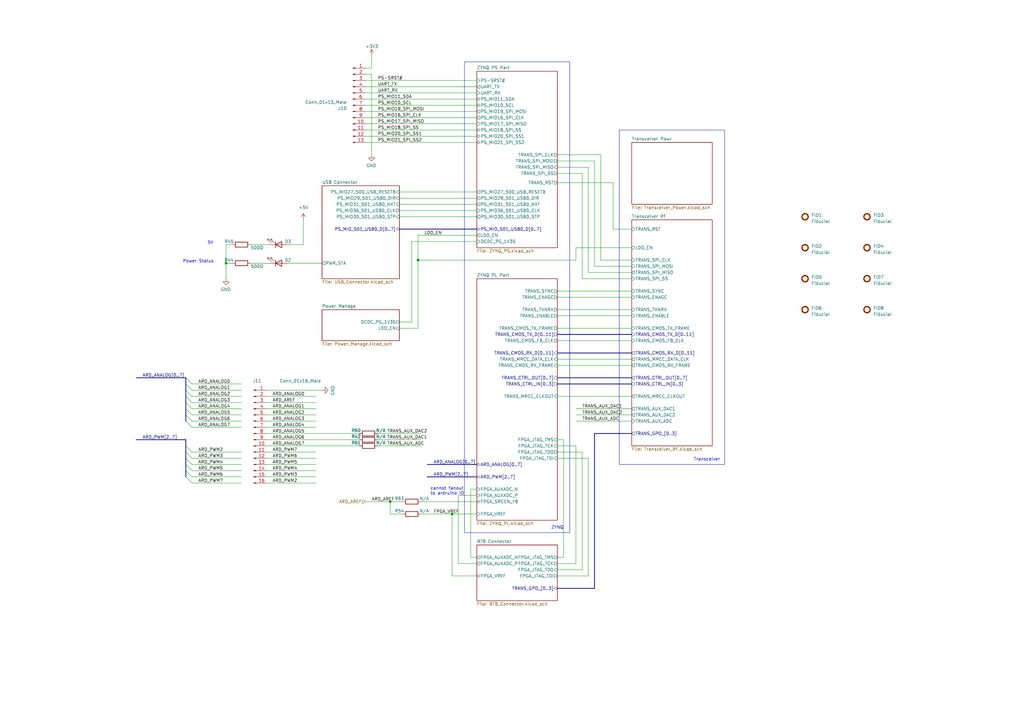
<source format=kicad_sch>
(kicad_sch (version 20220126) (generator eeschema)
  (paper "A3")
  (lib_symbols
    (symbol "Connector:Conn_01x13_Male" (pin_names (offset 1.016) hide)
      (property "Reference" "J" (at 0 17.78 0))
      (property "Value" "Conn_01x13_Male" (at 0 -17.78 0))
      (symbol "Conn_01x13_Male_1_1"
        (polyline (pts (xy 1.27 -15.24) (xy 0.8636 -15.24)) (stroke (width 0.1524)))
        (polyline (pts (xy 1.27 -12.7) (xy 0.8636 -12.7)) (stroke (width 0.1524)))
        (polyline (pts (xy 1.27 -10.16) (xy 0.8636 -10.16)) (stroke (width 0.1524)))
        (polyline (pts (xy 1.27 -7.62) (xy 0.8636 -7.62)) (stroke (width 0.1524)))
        (polyline (pts (xy 1.27 -5.08) (xy 0.8636 -5.08)) (stroke (width 0.1524)))
        (polyline (pts (xy 1.27 -2.54) (xy 0.8636 -2.54)) (stroke (width 0.1524)))
        (polyline (pts (xy 1.27 0) (xy 0.8636 0)) (stroke (width 0.1524)))
        (polyline (pts (xy 1.27 2.54) (xy 0.8636 2.54)) (stroke (width 0.1524)))
        (polyline (pts (xy 1.27 5.08) (xy 0.8636 5.08)) (stroke (width 0.1524)))
        (polyline (pts (xy 1.27 7.62) (xy 0.8636 7.62)) (stroke (width 0.1524)))
        (polyline (pts (xy 1.27 10.16) (xy 0.8636 10.16)) (stroke (width 0.1524)))
        (polyline (pts (xy 1.27 12.7) (xy 0.8636 12.7)) (stroke (width 0.1524)))
        (polyline (pts (xy 1.27 15.24) (xy 0.8636 15.24)) (stroke (width 0.1524)))
        (rectangle (start 0.8636 -15.113) (end 0 -15.367) (stroke (width 0.1524)) (fill (type outline)))
        (rectangle (start 0.8636 -12.573) (end 0 -12.827) (stroke (width 0.1524)) (fill (type outline)))
        (rectangle (start 0.8636 -10.033) (end 0 -10.287) (stroke (width 0.1524)) (fill (type outline)))
        (rectangle (start 0.8636 -7.493) (end 0 -7.747) (stroke (width 0.1524)) (fill (type outline)))
        (rectangle (start 0.8636 -4.953) (end 0 -5.207) (stroke (width 0.1524)) (fill (type outline)))
        (rectangle (start 0.8636 -2.413) (end 0 -2.667) (stroke (width 0.1524)) (fill (type outline)))
        (rectangle (start 0.8636 0.127) (end 0 -0.127) (stroke (width 0.1524)) (fill (type outline)))
        (rectangle (start 0.8636 2.667) (end 0 2.413) (stroke (width 0.1524)) (fill (type outline)))
        (rectangle (start 0.8636 5.207) (end 0 4.953) (stroke (width 0.1524)) (fill (type outline)))
        (rectangle (start 0.8636 7.747) (end 0 7.493) (stroke (width 0.1524)) (fill (type outline)))
        (rectangle (start 0.8636 10.287) (end 0 10.033) (stroke (width 0.1524)) (fill (type outline)))
        (rectangle (start 0.8636 12.827) (end 0 12.573) (stroke (width 0.1524)) (fill (type outline)))
        (rectangle (start 0.8636 15.367) (end 0 15.113) (stroke (width 0.1524)) (fill (type outline)))
        (pin passive line (at 5.08 15.24 180) (length 3.81) (name "Pin_1") (number "1"))
        (pin passive line (at 5.08 -7.62 180) (length 3.81) (name "Pin_10") (number "10"))
        (pin passive line (at 5.08 -10.16 180) (length 3.81) (name "Pin_11") (number "11"))
        (pin passive line (at 5.08 -12.7 180) (length 3.81) (name "Pin_12") (number "12"))
        (pin passive line (at 5.08 -15.24 180) (length 3.81) (name "Pin_13") (number "13"))
        (pin passive line (at 5.08 12.7 180) (length 3.81) (name "Pin_2") (number "2"))
        (pin passive line (at 5.08 10.16 180) (length 3.81) (name "Pin_3") (number "3"))
        (pin passive line (at 5.08 7.62 180) (length 3.81) (name "Pin_4") (number "4"))
        (pin passive line (at 5.08 5.08 180) (length 3.81) (name "Pin_5") (number "5"))
        (pin passive line (at 5.08 2.54 180) (length 3.81) (name "Pin_6") (number "6"))
        (pin passive line (at 5.08 0 180) (length 3.81) (name "Pin_7") (number "7"))
        (pin passive line (at 5.08 -2.54 180) (length 3.81) (name "Pin_8") (number "8"))
        (pin passive line (at 5.08 -5.08 180) (length 3.81) (name "Pin_9") (number "9"))
      )
    )
    (symbol "Connector:Conn_01x16_Male" (pin_names (offset 1.016) hide)
      (property "Reference" "J" (at 0 20.32 0))
      (property "Value" "Conn_01x16_Male" (at 0 -22.86 0))
      (symbol "Conn_01x16_Male_1_1"
        (polyline (pts (xy 1.27 -20.32) (xy 0.8636 -20.32)) (stroke (width 0.1524)))
        (polyline (pts (xy 1.27 -17.78) (xy 0.8636 -17.78)) (stroke (width 0.1524)))
        (polyline (pts (xy 1.27 -15.24) (xy 0.8636 -15.24)) (stroke (width 0.1524)))
        (polyline (pts (xy 1.27 -12.7) (xy 0.8636 -12.7)) (stroke (width 0.1524)))
        (polyline (pts (xy 1.27 -10.16) (xy 0.8636 -10.16)) (stroke (width 0.1524)))
        (polyline (pts (xy 1.27 -7.62) (xy 0.8636 -7.62)) (stroke (width 0.1524)))
        (polyline (pts (xy 1.27 -5.08) (xy 0.8636 -5.08)) (stroke (width 0.1524)))
        (polyline (pts (xy 1.27 -2.54) (xy 0.8636 -2.54)) (stroke (width 0.1524)))
        (polyline (pts (xy 1.27 0) (xy 0.8636 0)) (stroke (width 0.1524)))
        (polyline (pts (xy 1.27 2.54) (xy 0.8636 2.54)) (stroke (width 0.1524)))
        (polyline (pts (xy 1.27 5.08) (xy 0.8636 5.08)) (stroke (width 0.1524)))
        (polyline (pts (xy 1.27 7.62) (xy 0.8636 7.62)) (stroke (width 0.1524)))
        (polyline (pts (xy 1.27 10.16) (xy 0.8636 10.16)) (stroke (width 0.1524)))
        (polyline (pts (xy 1.27 12.7) (xy 0.8636 12.7)) (stroke (width 0.1524)))
        (polyline (pts (xy 1.27 15.24) (xy 0.8636 15.24)) (stroke (width 0.1524)))
        (polyline (pts (xy 1.27 17.78) (xy 0.8636 17.78)) (stroke (width 0.1524)))
        (rectangle (start 0.8636 -20.193) (end 0 -20.447) (stroke (width 0.1524)) (fill (type outline)))
        (rectangle (start 0.8636 -17.653) (end 0 -17.907) (stroke (width 0.1524)) (fill (type outline)))
        (rectangle (start 0.8636 -15.113) (end 0 -15.367) (stroke (width 0.1524)) (fill (type outline)))
        (rectangle (start 0.8636 -12.573) (end 0 -12.827) (stroke (width 0.1524)) (fill (type outline)))
        (rectangle (start 0.8636 -10.033) (end 0 -10.287) (stroke (width 0.1524)) (fill (type outline)))
        (rectangle (start 0.8636 -7.493) (end 0 -7.747) (stroke (width 0.1524)) (fill (type outline)))
        (rectangle (start 0.8636 -4.953) (end 0 -5.207) (stroke (width 0.1524)) (fill (type outline)))
        (rectangle (start 0.8636 -2.413) (end 0 -2.667) (stroke (width 0.1524)) (fill (type outline)))
        (rectangle (start 0.8636 0.127) (end 0 -0.127) (stroke (width 0.1524)) (fill (type outline)))
        (rectangle (start 0.8636 2.667) (end 0 2.413) (stroke (width 0.1524)) (fill (type outline)))
        (rectangle (start 0.8636 5.207) (end 0 4.953) (stroke (width 0.1524)) (fill (type outline)))
        (rectangle (start 0.8636 7.747) (end 0 7.493) (stroke (width 0.1524)) (fill (type outline)))
        (rectangle (start 0.8636 10.287) (end 0 10.033) (stroke (width 0.1524)) (fill (type outline)))
        (rectangle (start 0.8636 12.827) (end 0 12.573) (stroke (width 0.1524)) (fill (type outline)))
        (rectangle (start 0.8636 15.367) (end 0 15.113) (stroke (width 0.1524)) (fill (type outline)))
        (rectangle (start 0.8636 17.907) (end 0 17.653) (stroke (width 0.1524)) (fill (type outline)))
        (pin passive line (at 5.08 17.78 180) (length 3.81) (name "Pin_1") (number "1"))
        (pin passive line (at 5.08 -5.08 180) (length 3.81) (name "Pin_10") (number "10"))
        (pin passive line (at 5.08 -7.62 180) (length 3.81) (name "Pin_11") (number "11"))
        (pin passive line (at 5.08 -10.16 180) (length 3.81) (name "Pin_12") (number "12"))
        (pin passive line (at 5.08 -12.7 180) (length 3.81) (name "Pin_13") (number "13"))
        (pin passive line (at 5.08 -15.24 180) (length 3.81) (name "Pin_14") (number "14"))
        (pin passive line (at 5.08 -17.78 180) (length 3.81) (name "Pin_15") (number "15"))
        (pin passive line (at 5.08 -20.32 180) (length 3.81) (name "Pin_16") (number "16"))
        (pin passive line (at 5.08 15.24 180) (length 3.81) (name "Pin_2") (number "2"))
        (pin passive line (at 5.08 12.7 180) (length 3.81) (name "Pin_3") (number "3"))
        (pin passive line (at 5.08 10.16 180) (length 3.81) (name "Pin_4") (number "4"))
        (pin passive line (at 5.08 7.62 180) (length 3.81) (name "Pin_5") (number "5"))
        (pin passive line (at 5.08 5.08 180) (length 3.81) (name "Pin_6") (number "6"))
        (pin passive line (at 5.08 2.54 180) (length 3.81) (name "Pin_7") (number "7"))
        (pin passive line (at 5.08 0 180) (length 3.81) (name "Pin_8") (number "8"))
        (pin passive line (at 5.08 -2.54 180) (length 3.81) (name "Pin_9") (number "9"))
      )
    )
    (symbol "Device:LED" (pin_numbers hide) (pin_names (offset 1.016) hide)
      (property "Reference" "D" (at 0 2.54 0))
      (property "Value" "LED" (at 0 -2.54 0))
      (symbol "LED_0_1"
        (polyline (pts (xy -1.27 -1.27) (xy -1.27 1.27)) (stroke (width 0.254)))
        (polyline (pts (xy -1.27 0) (xy 1.27 0)))
        (polyline (pts (xy 1.27 -1.27) (xy 1.27 1.27) (xy -1.27 0) (xy 1.27 -1.27)) (stroke (width 0.254)))
        (polyline (pts (xy -3.048 -0.762) (xy -4.572 -2.286) (xy -3.81 -2.286) (xy -4.572 -2.286) (xy -4.572 -1.524)))
        (polyline (pts (xy -1.778 -0.762) (xy -3.302 -2.286) (xy -2.54 -2.286) (xy -3.302 -2.286) (xy -3.302 -1.524)))
      )
      (symbol "LED_1_1"
        (pin passive line (at -3.81 0 0) (length 2.54) (name "K") (number "1"))
        (pin passive line (at 3.81 0 180) (length 2.54) (name "A") (number "2"))
      )
    )
    (symbol "Device:R" (pin_numbers hide) (pin_names (offset 0))
      (property "Reference" "R" (at 2.032 0 90))
      (property "Value" "R" (at 0 0 90))
      (symbol "R_0_1"
        (rectangle (start -1.016 -2.54) (end 1.016 2.54) (stroke (width 0.254)))
      )
      (symbol "R_1_1"
        (pin passive line (at 0 3.81 270) (length 1.27) (name "~") (number "1"))
        (pin passive line (at 0 -3.81 90) (length 1.27) (name "~") (number "2"))
      )
    )
    (symbol "Mechanical:Fiducial"
      (property "Reference" "FID" (at 0 5.08 0))
      (property "Value" "Fiducial" (at 0 3.175 0))
      (symbol "Fiducial_0_1"
        (circle (center 0 0) (radius 1.27) (stroke (width 0.508)) (fill (type background)))
      )
    )
    (symbol "power:+3.3V" (power) (pin_names (offset 0))
      (property "Value" "+3.3V" (at 0 3.556 0))
      (symbol "+3.3V_0_1"
        (polyline (pts (xy -0.762 1.27) (xy 0 2.54)))
        (polyline (pts (xy 0 0) (xy 0 2.54)))
        (polyline (pts (xy 0 2.54) (xy 0.762 1.27)))
      )
      (symbol "+3.3V_1_1"
        (pin power_in line (at 0 0 90) (length 0) hide (name "+3V3") (number "1"))
      )
    )
    (symbol "power:+5V" (power) (pin_names (offset 0))
      (property "Value" "+5V" (at 0 3.556 0))
      (symbol "+5V_0_1"
        (polyline (pts (xy -0.762 1.27) (xy 0 2.54)))
        (polyline (pts (xy 0 0) (xy 0 2.54)))
        (polyline (pts (xy 0 2.54) (xy 0.762 1.27)))
      )
      (symbol "+5V_1_1"
        (pin power_in line (at 0 0 90) (length 0) hide (name "+5V") (number "1"))
      )
    )
    (symbol "power:GND" (power) (pin_names (offset 0))
      (property "Value" "GND" (at 0 -3.81 0))
      (symbol "GND_0_1"
        (polyline (pts (xy 0 0) (xy 0 -1.27) (xy 1.27 -1.27) (xy 0 -2.54) (xy -1.27 -1.27) (xy 0 -1.27)))
      )
      (symbol "GND_1_1"
        (pin power_in line (at 0 0 270) (length 0) hide (name "GND") (number "1"))
      )
    )
  )
  (junction (at 171.45 106.68))
  (junction (at 160.02 205.74))
  (junction (at 92.71 107.95))
  (junction (at 185.42 210.82))
  (bus_entry (at 76.2 154.94) (size 2.54 2.54))
  (bus_entry (at 76.2 187.96) (size 2.54 2.54))
  (bus_entry (at 76.2 170.18) (size 2.54 2.54))
  (bus_entry (at 76.2 193.04) (size 2.54 2.54))
  (bus_entry (at 76.2 182.88) (size 2.54 2.54))
  (bus_entry (at 76.2 190.5) (size 2.54 2.54))
  (bus_entry (at 76.2 157.48) (size 2.54 2.54))
  (bus_entry (at 76.2 195.58) (size 2.54 2.54))
  (bus_entry (at 76.2 167.64) (size 2.54 2.54))
  (bus_entry (at 76.2 172.72) (size 2.54 2.54))
  (bus_entry (at 76.2 162.56) (size 2.54 2.54))
  (bus_entry (at 76.2 165.1) (size 2.54 2.54))
  (bus_entry (at 76.2 185.42) (size 2.54 2.54))
  (bus_entry (at 76.2 160.02) (size 2.54 2.54))
  (bus (pts (xy 55.88 180.34) (xy 76.2 180.34)))
  (wire (pts (xy 236.22 167.64) (xy 259.08 167.64)))
  (wire (pts (xy 185.42 236.22) (xy 195.58 236.22)))
  (wire (pts (xy 228.6 228.6) (xy 231.14 228.6)))
  (wire (pts (xy 172.72 210.82) (xy 185.42 210.82)))
  (wire (pts (xy 228.6 182.88) (xy 236.22 182.88)))
  (wire (pts (xy 149.86 40.64) (xy 195.58 40.64)))
  (wire (pts (xy 228.6 147.32) (xy 259.08 147.32)))
  (wire (pts (xy 78.74 185.42) (xy 99.06 185.42)))
  (wire (pts (xy 236.22 182.88) (xy 236.22 231.14)))
  (wire (pts (xy 228.6 139.7) (xy 259.08 139.7)))
  (wire (pts (xy 193.04 200.66) (xy 193.04 228.6)))
  (wire (pts (xy 236.22 231.14) (xy 228.6 231.14)))
  (wire (pts (xy 99.06 160.02) (xy 78.74 160.02)))
  (wire (pts (xy 228.6 162.56) (xy 259.08 162.56)))
  (wire (pts (xy 149.86 58.42) (xy 195.58 58.42)))
  (bus (pts (xy 76.2 185.42) (xy 76.2 182.88)))
  (bus (pts (xy 76.2 157.48) (xy 76.2 154.94)))
  (wire (pts (xy 187.96 203.2) (xy 195.58 203.2)))
  (wire (pts (xy 154.94 180.34) (xy 172.72 180.34)))
  (wire (pts (xy 92.71 107.95) (xy 92.71 114.3)))
  (wire (pts (xy 259.08 93.98) (xy 251.46 93.98)))
  (wire (pts (xy 149.86 27.94) (xy 152.4 27.94)))
  (wire (pts (xy 241.3 111.76) (xy 259.08 111.76)))
  (wire (pts (xy 195.58 96.52) (xy 171.45 96.52)))
  (wire (pts (xy 243.84 109.22) (xy 259.08 109.22)))
  (wire (pts (xy 78.74 190.5) (xy 99.06 190.5)))
  (wire (pts (xy 168.91 132.08) (xy 168.91 99.06)))
  (wire (pts (xy 129.54 187.96) (xy 109.22 187.96)))
  (wire (pts (xy 193.04 228.6) (xy 195.58 228.6)))
  (wire (pts (xy 129.54 185.42) (xy 109.22 185.42)))
  (wire (pts (xy 149.86 45.72) (xy 195.58 45.72)))
  (wire (pts (xy 238.76 233.68) (xy 228.6 233.68)))
  (wire (pts (xy 109.22 182.88) (xy 147.32 182.88)))
  (wire (pts (xy 129.54 167.64) (xy 109.22 167.64)))
  (wire (pts (xy 236.22 101.6) (xy 259.08 101.6)))
  (wire (pts (xy 129.54 172.72) (xy 109.22 172.72)))
  (wire (pts (xy 152.4 27.94) (xy 152.4 22.86)))
  (wire (pts (xy 171.45 96.52) (xy 171.45 106.68)))
  (wire (pts (xy 243.84 66.04) (xy 243.84 109.22)))
  (wire (pts (xy 236.22 172.72) (xy 259.08 172.72)))
  (wire (pts (xy 160.02 205.74) (xy 160.02 210.82)))
  (wire (pts (xy 163.83 86.36) (xy 195.58 86.36)))
  (bus (pts (xy 76.2 193.04) (xy 76.2 190.5)))
  (wire (pts (xy 163.83 78.74) (xy 195.58 78.74)))
  (wire (pts (xy 99.06 165.1) (xy 78.74 165.1)))
  (wire (pts (xy 129.54 195.58) (xy 109.22 195.58)))
  (wire (pts (xy 124.46 100.33) (xy 118.11 100.33)))
  (wire (pts (xy 195.58 200.66) (xy 193.04 200.66)))
  (wire (pts (xy 195.58 231.14) (xy 187.96 231.14)))
  (wire (pts (xy 172.72 205.74) (xy 195.58 205.74)))
  (wire (pts (xy 154.94 182.88) (xy 172.72 182.88)))
  (wire (pts (xy 109.22 177.8) (xy 147.32 177.8)))
  (wire (pts (xy 163.83 134.62) (xy 171.45 134.62)))
  (wire (pts (xy 241.3 68.58) (xy 241.3 111.76)))
  (wire (pts (xy 110.49 100.33) (xy 102.87 100.33)))
  (bus (pts (xy 243.84 177.8) (xy 259.08 177.8)))
  (wire (pts (xy 99.06 157.48) (xy 78.74 157.48)))
  (wire (pts (xy 78.74 193.04) (xy 99.06 193.04)))
  (wire (pts (xy 149.86 53.34) (xy 195.58 53.34)))
  (bus (pts (xy 76.2 167.64) (xy 76.2 165.1)))
  (wire (pts (xy 99.06 167.64) (xy 78.74 167.64)))
  (bus (pts (xy 228.6 241.3) (xy 243.84 241.3)))
  (wire (pts (xy 228.6 63.5) (xy 246.38 63.5)))
  (wire (pts (xy 228.6 119.38) (xy 259.08 119.38)))
  (wire (pts (xy 228.6 185.42) (xy 238.76 185.42)))
  (wire (pts (xy 241.3 236.22) (xy 228.6 236.22)))
  (wire (pts (xy 109.22 180.34) (xy 147.32 180.34)))
  (wire (pts (xy 163.83 88.9) (xy 195.58 88.9)))
  (wire (pts (xy 163.83 83.82) (xy 195.58 83.82)))
  (wire (pts (xy 124.46 90.17) (xy 124.46 100.33)))
  (wire (pts (xy 228.6 129.54) (xy 259.08 129.54)))
  (wire (pts (xy 187.96 203.2) (xy 187.96 231.14)))
  (bus (pts (xy 76.2 160.02) (xy 76.2 157.48)))
  (wire (pts (xy 129.54 193.04) (xy 109.22 193.04)))
  (wire (pts (xy 149.86 50.8) (xy 195.58 50.8)))
  (bus (pts (xy 76.2 154.94) (xy 55.88 154.94)))
  (wire (pts (xy 163.83 132.08) (xy 168.91 132.08)))
  (wire (pts (xy 152.4 30.48) (xy 149.86 30.48)))
  (bus (pts (xy 228.6 157.48) (xy 259.08 157.48)))
  (bus (pts (xy 76.2 167.64) (xy 76.2 170.18)))
  (wire (pts (xy 152.4 30.48) (xy 152.4 63.5)))
  (wire (pts (xy 95.25 107.95) (xy 92.71 107.95)))
  (bus (pts (xy 243.84 177.8) (xy 243.84 241.3)))
  (bus (pts (xy 228.6 144.78) (xy 259.08 144.78)))
  (bus (pts (xy 76.2 170.18) (xy 76.2 172.72)))
  (wire (pts (xy 228.6 68.58) (xy 241.3 68.58)))
  (wire (pts (xy 109.22 160.02) (xy 132.08 160.02)))
  (wire (pts (xy 129.54 198.12) (xy 109.22 198.12)))
  (wire (pts (xy 99.06 172.72) (xy 78.74 172.72)))
  (wire (pts (xy 149.86 43.18) (xy 195.58 43.18)))
  (bus (pts (xy 76.2 195.58) (xy 76.2 193.04)))
  (wire (pts (xy 129.54 170.18) (xy 109.22 170.18)))
  (bus (pts (xy 228.6 154.94) (xy 259.08 154.94)))
  (wire (pts (xy 228.6 71.12) (xy 238.76 71.12)))
  (wire (pts (xy 129.54 162.56) (xy 109.22 162.56)))
  (wire (pts (xy 231.14 228.6) (xy 231.14 180.34)))
  (wire (pts (xy 163.83 81.28) (xy 195.58 81.28)))
  (wire (pts (xy 149.86 205.74) (xy 160.02 205.74)))
  (bus (pts (xy 76.2 190.5) (xy 76.2 187.96)))
  (wire (pts (xy 238.76 185.42) (xy 238.76 233.68)))
  (wire (pts (xy 228.6 74.93) (xy 251.46 74.93)))
  (wire (pts (xy 118.11 107.95) (xy 132.08 107.95)))
  (wire (pts (xy 99.06 162.56) (xy 78.74 162.56)))
  (wire (pts (xy 185.42 210.82) (xy 195.58 210.82)))
  (wire (pts (xy 168.91 99.06) (xy 195.58 99.06)))
  (wire (pts (xy 228.6 134.62) (xy 259.08 134.62)))
  (wire (pts (xy 78.74 187.96) (xy 99.06 187.96)))
  (wire (pts (xy 246.38 63.5) (xy 246.38 106.68)))
  (wire (pts (xy 149.86 48.26) (xy 195.58 48.26)))
  (wire (pts (xy 129.54 190.5) (xy 109.22 190.5)))
  (bus (pts (xy 163.83 93.98) (xy 195.58 93.98)))
  (wire (pts (xy 102.87 107.95) (xy 110.49 107.95)))
  (bus (pts (xy 228.6 137.16) (xy 259.08 137.16)))
  (wire (pts (xy 228.6 187.96) (xy 241.3 187.96)))
  (wire (pts (xy 109.22 165.1) (xy 129.54 165.1)))
  (wire (pts (xy 160.02 210.82) (xy 165.1 210.82)))
  (wire (pts (xy 238.76 71.12) (xy 238.76 114.3)))
  (bus (pts (xy 76.2 182.88) (xy 76.2 180.34)))
  (wire (pts (xy 171.45 106.68) (xy 171.45 134.62)))
  (wire (pts (xy 228.6 127) (xy 259.08 127)))
  (wire (pts (xy 78.74 198.12) (xy 99.06 198.12)))
  (bus (pts (xy 76.2 165.1) (xy 76.2 162.56)))
  (wire (pts (xy 92.71 100.33) (xy 92.71 107.95)))
  (wire (pts (xy 154.94 177.8) (xy 172.72 177.8)))
  (wire (pts (xy 149.86 33.02) (xy 195.58 33.02)))
  (wire (pts (xy 228.6 149.86) (xy 259.08 149.86)))
  (wire (pts (xy 231.14 180.34) (xy 228.6 180.34)))
  (bus (pts (xy 76.2 187.96) (xy 76.2 185.42)))
  (bus (pts (xy 76.2 162.56) (xy 76.2 160.02)))
  (bus (pts (xy 175.26 190.5) (xy 195.58 190.5)))
  (wire (pts (xy 238.76 114.3) (xy 259.08 114.3)))
  (wire (pts (xy 251.46 93.98) (xy 251.46 74.93)))
  (wire (pts (xy 160.02 205.74) (xy 165.1 205.74)))
  (wire (pts (xy 149.86 38.1) (xy 195.58 38.1)))
  (wire (pts (xy 236.22 170.18) (xy 259.08 170.18)))
  (wire (pts (xy 95.25 100.33) (xy 92.71 100.33)))
  (wire (pts (xy 185.42 210.82) (xy 185.42 236.22)))
  (wire (pts (xy 241.3 187.96) (xy 241.3 236.22)))
  (wire (pts (xy 149.86 35.56) (xy 195.58 35.56)))
  (wire (pts (xy 149.86 55.88) (xy 195.58 55.88)))
  (wire (pts (xy 129.54 175.26) (xy 109.22 175.26)))
  (wire (pts (xy 171.45 106.68) (xy 236.22 106.68)))
  (wire (pts (xy 236.22 106.68) (xy 236.22 101.6)))
  (bus (pts (xy 175.26 195.58) (xy 195.58 195.58)))
  (wire (pts (xy 78.74 195.58) (xy 99.06 195.58)))
  (wire (pts (xy 228.6 121.92) (xy 259.08 121.92)))
  (wire (pts (xy 99.06 170.18) (xy 78.74 170.18)))
  (wire (pts (xy 99.06 175.26) (xy 78.74 175.26)))
  (wire (pts (xy 246.38 106.68) (xy 259.08 106.68)))
  (wire (pts (xy 228.6 66.04) (xy 243.84 66.04)))
  (rectangle (start 254 53.34) (end 297.18 190.5) (stroke (width 0.1524)))
  (rectangle (start 190.5 25.4) (end 233.68 218.44) (stroke (width 0.1524)))
  (text "5V" (at 85.09 100.33 0) (effects (font (size 1.27 1.27)) (justify left bottom)))
  (text "Transceiver" (at 284.48 189.23 0) (effects (font (size 1.27 1.27)) (justify left bottom)))
  (text "ZYNQ" (at 226.06 217.17 0) (effects (font (size 1.27 1.27)) (justify left bottom)))
  (text "cannot fanout\nto ardruino IO\n" (at 176.53 203.2 0) (effects (font (size 1.27 1.27)) (justify left bottom)))
  (text "Power Status\n" (at 74.93 107.95 0) (effects (font (size 1.27 1.27)) (justify left bottom)))
  (label "ARD_ANALOG[0..7]" (at 177.8 190.5 0))
  (label "PS_MIO19_SPI_MOSI" (at 154.94 45.72 0))
  (label "TRANS_AUX_DAC2" (at 158.75 177.8 0))
  (label "ARD_ANALOG[0..7]" (at 58.42 154.94 0))
  (label "ARD_ANALOG6" (at 81.28 172.72 0))
  (label "ARD_ANALOG2" (at 81.28 162.56 0))
  (label "ARD_PWM7" (at 111.76 185.42 0))
  (label "PS_MIO17_SPI_MISO" (at 154.94 50.8 0))
  (label "ARD_PWM[2..7]" (at 58.42 180.34 0))
  (label "ARD_PWM5" (at 111.76 190.5 0))
  (label "TRANS_AUX_DAC1" (at 158.75 180.34 0))
  (label "ARD_PWM[2..7]" (at 177.8 195.58 0))
  (label "LDO_EN" (at 173.99 96.52 0))
  (label "ARD_PWM6" (at 81.28 195.58 0))
  (label "ARD_AREF" (at 111.76 165.1 0))
  (label "ARD_ANALOG2" (at 111.76 170.18 0))
  (label "FPGA_VREF" (at 177.8 210.82 0))
  (label "UART_RX" (at 154.94 38.1 0))
  (label "ARD_ANALOG7" (at 111.76 182.88 0))
  (label "ARD_PWM2" (at 111.76 198.12 0))
  (label "ARD_PWM2" (at 81.28 185.42 0))
  (label "ARD_ANALOG6" (at 111.76 180.34 0))
  (label "ARD_ANALOG3" (at 111.76 172.72 0))
  (label "ARD_ANALOG4" (at 111.76 175.26 0))
  (label "TRANS_AUX_DAC1" (at 238.76 167.64 0))
  (label "ARD_ANALOG0" (at 111.76 162.56 0))
  (label "ARD_ANALOG1" (at 81.28 160.02 0))
  (label "ARD_PWM4" (at 81.28 190.5 0))
  (label "ARD_AREF" (at 152.4 205.74 0))
  (label "ARD_PWM7" (at 81.28 198.12 0))
  (label "PS_MIO21_SPI_SS2" (at 154.94 58.42 0))
  (label "ARD_PWM3" (at 111.76 195.58 0))
  (label "ARD_ANALOG7" (at 81.28 175.26 0))
  (label "TRANS_AUX_ADC" (at 158.75 182.88 0))
  (label "PS_MIO10_SCL" (at 154.94 43.18 0))
  (label "ARD_ANALOG1" (at 111.76 167.64 0))
  (label "PS_MIO18_SPI_SS" (at 154.94 53.34 0))
  (label "ARD_ANALOG3" (at 81.28 165.1 0))
  (label "PS_MIO16_SPI_CLK" (at 154.94 48.26 0))
  (label "ARD_PWM6" (at 111.76 187.96 0))
  (label "PS_MIO20_SPI_SS1" (at 154.94 55.88 0))
  (label "ARD_ANALOG4" (at 81.28 167.64 0))
  (label "TRANS_AUX_ADC" (at 238.76 172.72 0))
  (label "UART_TX" (at 154.94 35.56 0))
  (label "PS-SRST#" (at 154.94 33.02 0))
  (label "ARD_PWM5" (at 81.28 193.04 0))
  (label "PS_MIO11_SDA" (at 154.94 40.64 0))
  (label "ARD_ANALOG5" (at 111.76 177.8 0))
  (label "ARD_PWM4" (at 111.76 193.04 0))
  (label "TRANS_AUX_DAC2" (at 238.76 170.18 0))
  (label "ARD_ANALOG0" (at 81.28 157.48 0))
  (label "ARD_PWM3" (at 81.28 187.96 0))
  (label "ARD_ANALOG5" (at 81.28 170.18 0))
  (hierarchical_label "ARD_AREF" (shape input) (at 149.86 205.74 180))
  (symbol (lib_id "Device:R") (at 151.13 180.34 90) (mirror x) (unit 1)
    (property "Reference" "R42" (at 146.05 179.07 90))
    (property "Value" "N/A" (at 156.21 179.07 90))
    (property "Footprint" "Resistor_SMD:R_0201_0603Metric" (effects hide))
  )
  (symbol (lib_id "power:GND") (at 92.71 114.3 0) (mirror y) (unit 1)
    (property "Reference" "#PWR0227" (effects hide))
    (property "Value" "GND" (at 92.583 118.6942 0))
  )
  (symbol (lib_id "Mechanical:Fiducial") (at 355.6 127 0) (unit 1)
    (property "Reference" "FID8" (at 358.14 126.365 0) (effects (justify left)))
    (property "Value" "Fiducial" (at 358.14 128.905 0) (effects (justify left)))
    (property "Footprint" "Fiducial:Fiducial_0.75mm_Mask2.25mm" (effects hide))
  )
  (symbol (lib_id "Mechanical:Fiducial") (at 330.2 88.9 0) (unit 1)
    (property "Reference" "FID1" (at 332.74 88.265 0) (effects (justify left)))
    (property "Value" "Fiducial" (at 332.74 90.805 0) (effects (justify left)))
    (property "Footprint" "Fiducial:Fiducial_0.75mm_Mask2.25mm" (effects hide))
  )
  (symbol (lib_id "Mechanical:Fiducial") (at 330.2 101.6 0) (unit 1)
    (property "Reference" "FID2" (at 332.74 100.965 0) (effects (justify left)))
    (property "Value" "Fiducial" (at 332.74 103.505 0) (effects (justify left)))
    (property "Footprint" "Fiducial:Fiducial_0.75mm_Mask2.25mm" (effects hide))
  )
  (symbol (lib_id "Mechanical:Fiducial") (at 355.6 114.3 0) (unit 1)
    (property "Reference" "FID7" (at 358.14 113.665 0) (effects (justify left)))
    (property "Value" "Fiducial" (at 358.14 116.205 0) (effects (justify left)))
    (property "Footprint" "Fiducial:Fiducial_0.75mm_Mask2.25mm" (effects hide))
  )
  (symbol (lib_id "power:GND") (at 132.08 160.02 90) (mirror x) (unit 1)
    (property "Reference" "#PWR0114" (effects hide))
    (property "Value" "GND" (at 136.4742 160.147 0))
  )
  (symbol (lib_id "Device:LED") (at 114.3 100.33 0) (mirror x) (unit 1)
    (property "Reference" "D3" (at 118.11 99.06 0))
    (property "Value" "LED" (effects hide))
    (property "Footprint" "LED_SMD:LED_0201_0603Metric" (effects hide))
  )
  (symbol (lib_id "Device:R") (at 168.91 205.74 270) (unit 1)
    (property "Reference" "R63" (at 163.83 204.47 90))
    (property "Value" "N/A" (at 173.99 204.47 90))
    (property "Footprint" "Resistor_SMD:R_0201_0603Metric" (effects hide))
  )
  (symbol (lib_id "power:+5V") (at 124.46 90.17 0) (mirror y) (unit 1)
    (property "Reference" "#PWR0203" (effects hide))
    (property "Value" "+5V" (at 124.46 85.09 0))
  )
  (symbol (lib_id "Mechanical:Fiducial") (at 330.2 114.3 0) (unit 1)
    (property "Reference" "FID5" (at 332.74 113.665 0) (effects (justify left)))
    (property "Value" "Fiducial" (at 332.74 116.205 0) (effects (justify left)))
    (property "Footprint" "Fiducial:Fiducial_0.75mm_Mask2.25mm" (effects hide))
  )
  (symbol (lib_id "Device:R") (at 151.13 177.8 90) (mirror x) (unit 1)
    (property "Reference" "R60" (at 146.05 176.53 90))
    (property "Value" "N/A" (at 156.21 176.53 90))
    (property "Footprint" "Resistor_SMD:R_0201_0603Metric" (effects hide))
  )
  (symbol (lib_id "Device:R") (at 99.06 100.33 90) (mirror x) (unit 1)
    (property "Reference" "R45" (at 93.98 99.06 90))
    (property "Value" "500Ω" (at 105.41 101.6 90))
    (property "Footprint" "Resistor_SMD:R_0201_0603Metric" (effects hide))
  )
  (symbol (lib_id "Device:LED") (at 114.3 107.95 0) (mirror x) (unit 1)
    (property "Reference" "D2" (at 118.11 106.68 0))
    (property "Value" "LED" (effects hide))
    (property "Footprint" "LED_SMD:LED_0201_0603Metric" (effects hide))
  )
  (symbol (lib_id "power:+3.3V") (at 152.4 22.86 0) (mirror y) (unit 1)
    (property "Reference" "#PWR0207" (effects hide))
    (property "Value" "+3.3V" (at 149.86 19.05 0) (effects (justify right)))
  )
  (symbol (lib_id "Mechanical:Fiducial") (at 355.6 88.9 0) (unit 1)
    (property "Reference" "FID3" (at 358.14 88.265 0) (effects (justify left)))
    (property "Value" "Fiducial" (at 358.14 90.805 0) (effects (justify left)))
    (property "Footprint" "Fiducial:Fiducial_0.75mm_Mask2.25mm" (effects hide))
  )
  (symbol (lib_id "power:GND") (at 152.4 63.5 0) (mirror y) (unit 1)
    (property "Reference" "#PWR01" (effects hide))
    (property "Value" "GND" (at 152.273 67.8942 0))
  )
  (symbol (lib_id "Device:R") (at 168.91 210.82 270) (unit 1)
    (property "Reference" "R54" (at 163.83 209.55 90))
    (property "Value" "N/A" (at 173.99 209.55 90))
    (property "Footprint" "Resistor_SMD:R_0201_0603Metric" (effects hide))
  )
  (symbol (lib_id "Connector:Conn_01x13_Male") (at 144.78 43.18 0) (unit 1)
    (property "Reference" "J10" (at 142.24 44.45 0) (effects (justify right)))
    (property "Value" "Conn_01x13_Male" (at 142.24 41.91 0) (effects (justify right)))
    (property "Footprint" "Connector_PinHeader_2.54mm:PinHeader_1x13_P2.54mm_Vertical" (effects hide))
  )
  (symbol (lib_id "Connector:Conn_01x16_Male") (at 104.14 177.8 0) (unit 1)
    (property "Reference" "J11" (at 105.41 156.21 0))
    (property "Value" "Conn_01x16_Male" (at 123.19 156.21 0))
    (property "Footprint" "Connector_PinHeader_2.54mm:PinHeader_1x16_P2.54mm_Vertical" (effects hide))
    (property "PN" "DNP" (effects hide))
  )
  (symbol (lib_id "Device:R") (at 99.06 107.95 270) (unit 1)
    (property "Reference" "R44" (at 93.98 106.68 90))
    (property "Value" "500Ω" (at 105.41 109.22 90))
    (property "Footprint" "Resistor_SMD:R_0201_0603Metric" (effects hide))
  )
  (symbol (lib_id "Mechanical:Fiducial") (at 330.2 127 0) (unit 1)
    (property "Reference" "FID6" (at 332.74 126.365 0) (effects (justify left)))
    (property "Value" "Fiducial" (at 332.74 128.905 0) (effects (justify left)))
    (property "Footprint" "Fiducial:Fiducial_0.75mm_Mask2.25mm" (effects hide))
  )
  (symbol (lib_id "Device:R") (at 151.13 182.88 90) (mirror x) (unit 1)
    (property "Reference" "R61" (at 146.05 181.61 90))
    (property "Value" "N/A" (at 156.21 181.61 90))
    (property "Footprint" "Resistor_SMD:R_0201_0603Metric" (effects hide))
  )
  (symbol (lib_id "Mechanical:Fiducial") (at 355.6 101.6 0) (unit 1)
    (property "Reference" "FID4" (at 358.14 100.965 0) (effects (justify left)))
    (property "Value" "Fiducial" (at 358.14 103.505 0) (effects (justify left)))
    (property "Footprint" "Fiducial:Fiducial_0.75mm_Mask2.25mm" (effects hide))
  )
  (sheet (at 132.08 127) (size 31.75 12.7) (stroke (width 0.1524))
    (property "Sheetname" "Power Manage" (at 132.08 126.2884 0) (effects (justify left bottom)))
    (property "Sheetfile" "Power_Manage.kicad_sch" (at 132.08 140.2846 0) (effects (justify left top)))
    (pin "DCDC_PG_1V35" output (at 163.83 132.08 0))
    (pin "LDO_EN" input (at 163.83 134.62 0))
  )
  (sheet (at 132.08 76.2) (size 31.75 38.1) (stroke (width 0.1524))
    (property "Sheetname" "USB Connector" (at 132.08 75.4884 0) (effects (justify left bottom)))
    (property "Sheetfile" "USB_Connector.kicad_sch" (at 132.08 114.8846 0) (effects (justify left top)))
    (pin "PS_MIO29_501_USB0_DIR" input (at 163.83 81.28 0))
    (pin "PS_MIO31_501_USB0_NXT" input (at 163.83 83.82 0))
    (pin "PS_MIO36_501_USB0_CLK" output (at 163.83 86.36 0))
    (pin "PS_MIO30_501_USB0_STP" input (at 163.83 88.9 0))
    (pin "PWR_STA" output (at 132.08 107.95 180))
    (pin "PS_MIO27_500_USB_RESETB" input (at 163.83 78.74 0))
    (pin "PS_MIO_501_USB0_D[0..7]" bidirectional (at 163.83 93.98 0))
  )
  (sheet (at 259.08 90.17) (size 33.02 92.71) (stroke (width 0.1524))
    (property "Sheetname" "Transceiver RF" (at 259.08 89.4584 0) (effects (justify left bottom)))
    (property "Sheetfile" "Transceiver_RF.kicad_sch" (at 259.08 183.4646 0) (effects (justify left top)))
    (pin "TRANS_MRCC_DATA_CLK" output (at 259.08 147.32 180))
    (pin "TRANS_CMOS_RX_D[0..11]" output (at 259.08 144.78 180))
    (pin "TRANS_CTRL_IN[0..3]" input (at 259.08 157.48 180))
    (pin "TRANS_CMOS_RX_FRAME" output (at 259.08 149.86 180))
    (pin "TRANS_CTRL_OUT[0..7]" output (at 259.08 154.94 180))
    (pin "TRANS_ENAGC" input (at 259.08 121.92 180))
    (pin "TRANS_SYNC" input (at 259.08 119.38 180))
    (pin "TRANS_ENABLE" input (at 259.08 129.54 180))
    (pin "TRANS_TXNRX" input (at 259.08 127 180))
    (pin "TRANS_CMOS_FB_CLK" input (at 259.08 139.7 180))
    (pin "TRANS_CMOS_TX_FRAME" input (at 259.08 134.62 180))
    (pin "TRANS_CMOS_TX_D[0..11]" input (at 259.08 137.16 180))
    (pin "TRANS_MRCC_CLKOUT" output (at 259.08 162.56 180))
    (pin "TRANS_SPI_MOSI" input (at 259.08 109.22 180))
    (pin "TRANS_SPI_CLK" input (at 259.08 106.68 180))
    (pin "TRANS_SPI_MISO" output (at 259.08 111.76 180))
    (pin "TRANS_SPI_SS" input (at 259.08 114.3 180))
    (pin "TRANS_AUX_DAC2" output (at 259.08 170.18 180))
    (pin "TRANS_AUX_DAC1" output (at 259.08 167.64 180))
    (pin "TRANS_AUX_ADC" input (at 259.08 172.72 180))
    (pin "TRANS_GPO_[0..3]" output (at 259.08 177.8 180))
    (pin "TRANS_RST" input (at 259.08 93.98 180))
    (pin "LDO_EN" input (at 259.08 101.6 180))
  )
  (sheet (at 259.08 58.42) (size 33.02 25.4) (stroke (width 0.1524))
    (property "Sheetname" "Transceiver Powr" (at 259.08 57.7084 0) (effects (justify left bottom)))
    (property "Sheetfile" "Transceiver_Power.kicad_sch" (at 259.08 84.4046 0) (effects (justify left top)))
  )
  (sheet (at 195.58 114.3) (size 33.02 99.06) (stroke (width 0.1524))
    (property "Sheetname" "ZYNQ PL Part" (at 195.58 113.5884 0) (effects (justify left bottom)))
    (property "Sheetfile" "ZYNQ_PL.kicad_sch" (at 195.58 213.9446 0) (effects (justify left top)))
    (pin "TRANS_SYNC" output (at 228.6 119.38 0))
    (pin "TRANS_ENAGC" output (at 228.6 121.92 0))
    (pin "TRANS_TXNRX" output (at 228.6 127 0))
    (pin "TRANS_CMOS_FB_CLK" output (at 228.6 139.7 0))
    (pin "TRANS_MRCC_CLKOUT" input (at 228.6 162.56 0))
    (pin "TRANS_ENABLE" output (at 228.6 129.54 0))
    (pin "TRANS_CMOS_TX_FRAME" output (at 228.6 134.62 0))
    (pin "TRANS_CMOS_TX_D[0..11]" output (at 228.6 137.16 0))
    (pin "TRANS_CMOS_RX_D[0..11]" input (at 228.6 144.78 0))
    (pin "TRANS_CMOS_RX_FRAME" input (at 228.6 149.86 0))
    (pin "TRANS_MRCC_DATA_CLK" input (at 228.6 147.32 0))
    (pin "TRANS_CTRL_OUT[0..7]" input (at 228.6 154.94 0))
    (pin "TRANS_CTRL_IN[0..3]" output (at 228.6 157.48 0))
    (pin "FPGA_AUXADC_P" input (at 195.58 203.2 180))
    (pin "FPGA_AUXADC_N" input (at 195.58 200.66 180))
    (pin "FPGA_JTAG_TMS" input (at 228.6 180.34 0))
    (pin "FPGA_JTAG_TCK" input (at 228.6 182.88 0))
    (pin "FPGA_JTAG_TDO" output (at 228.6 185.42 0))
    (pin "FPGA_JTAG_TDI" input (at 228.6 187.96 0))
    (pin "FPGA_VREF" input (at 195.58 210.82 180))
    (pin "ARD_ANALOG[0..7]" bidirectional (at 195.58 190.5 180))
    (pin "ARD_PWM[2..7]" bidirectional (at 195.58 195.58 180))
    (pin "FPGA_SRCCN_Y8" bidirectional (at 195.58 205.74 180))
  )
  (sheet (at 195.58 223.52) (size 33.02 22.86) (stroke (width 0.1524))
    (property "Sheetname" "BTB Connector" (at 195.58 222.8084 0) (effects (justify left bottom)))
    (property "Sheetfile" "BTB_Connector.kicad_sch" (at 195.58 246.9646 0) (effects (justify left top)))
    (pin "FPGA_VREF" bidirectional (at 195.58 236.22 180))
    (pin "TRANS_GPO_[0..3]" bidirectional (at 228.6 241.3 0))
    (pin "FPGA_JTAG_TMS" output (at 228.6 228.6 0))
    (pin "FPGA_JTAG_TDO" input (at 228.6 233.68 0))
    (pin "FPGA_JTAG_TDI" output (at 228.6 236.22 0))
    (pin "FPGA_AUXADC_P" output (at 195.58 231.14 180))
    (pin "FPGA_JTAG_TCK" output (at 228.6 231.14 0))
    (pin "FPGA_AUXADC_N" output (at 195.58 228.6 180))
  )
  (sheet (at 195.58 29.21) (size 33.02 72.39) (stroke (width 0.1524))
    (property "Sheetname" "ZYNQ PS Part" (at 195.58 28.4984 0) (effects (justify left bottom)))
    (property "Sheetfile" "ZYNQ_PS.kicad_sch" (at 195.58 102.1846 0) (effects (justify left top)))
    (pin "PS_MIO36_501_USB0_CLK" input (at 195.58 86.36 180))
    (pin "PS_MIO30_501_USB0_STP" output (at 195.58 88.9 180))
    (pin "PS_MIO27_500_USB_RESETB" output (at 195.58 78.74 180))
    (pin "PS_MIO29_501_USB0_DIR" output (at 195.58 81.28 180))
    (pin "PS_MIO31_501_USB0_NXT" output (at 195.58 83.82 180))
    (pin "DCDC_PG_1V35" input (at 195.58 99.06 180))
    (pin "PS_MIO16_SPI_CLK" output (at 195.58 48.26 180))
    (pin "PS_MIO18_SPI_SS" bidirectional (at 195.58 53.34 180))
    (pin "PS_MIO20_SPI_SS1" bidirectional (at 195.58 55.88 180))
    (pin "PS_MIO19_SPI_MOSI" output (at 195.58 45.72 180))
    (pin "PS_MIO21_SPI_SS2" bidirectional (at 195.58 58.42 180))
    (pin "PS_MIO17_SPI_MISO" input (at 195.58 50.8 180))
    (pin "UART_TX" output (at 195.58 35.56 180))
    (pin "PS_MIO11_SDA" bidirectional (at 195.58 40.64 180))
    (pin "PS_MIO10_SCL" bidirectional (at 195.58 43.18 180))
    (pin "UART_RX" input (at 195.58 38.1 180))
    (pin "TRANS_SPI_SS" output (at 228.6 71.12 0))
    (pin "TRANS_SPI_MISO" input (at 228.6 68.58 0))
    (pin "TRANS_SPI_CLK" output (at 228.6 63.5 0))
    (pin "TRANS_SPI_MOSI" output (at 228.6 66.04 0))
    (pin "PS-SRST#" input (at 195.58 33.02 180))
    (pin "LDO_EN" output (at 195.58 96.52 180))
    (pin "PS_MIO_501_USB0_D[0..7]" bidirectional (at 195.58 93.98 180))
    (pin "TRANS_RST" output (at 228.6 74.93 0))
  )
)
</source>
